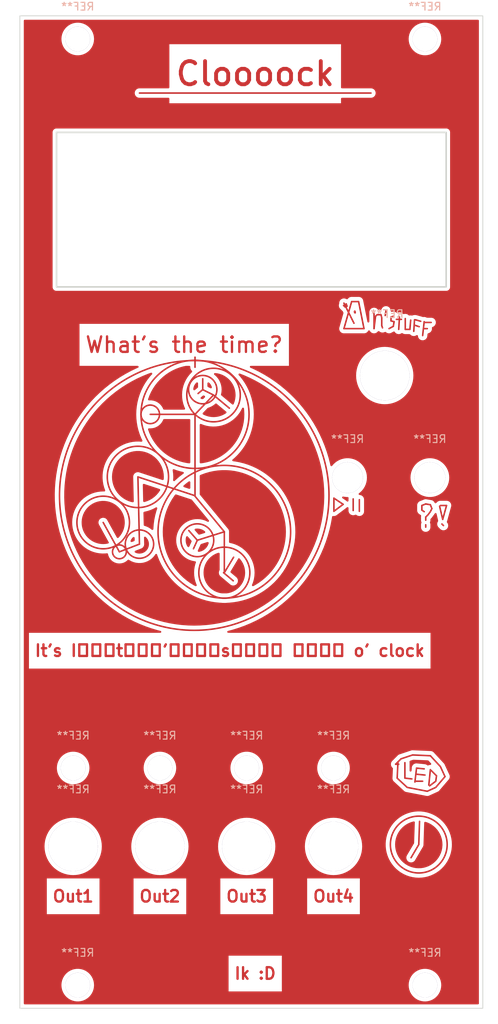
<source format=kicad_pcb>
(kicad_pcb (version 20211014) (generator pcbnew)
  (layers (0 "F.Cu" signal) (31 "B.Cu" signal) (34 "B.Paste" user) (35 "F.Paste" user) (36 "B.SilkS" user "B.Silkscreen") (37 "F.SilkS" user "F.Silkscreen") (38 "B.Mask" user) (39 "F.Mask" user) (44 "Edge.Cuts" user))
  (net 0 "")
  (footprint "MountingHole:MountingHole_4mm" (layer "B.Cu") (at 54.136 60.79 180)
    (fp_text reference "REF**" (at 0 5) (layer "B.SilkS") (effects (justify mirror)))
    (fp_text value "MountingHole_4mm")
    (pad "" thru_hole circle (at 0 0 180) (size 4 4) (drill 4) (layers *.Cu *.Mask))
  )
  (footprint "MountingHole:MountingHole_3.2mm_M3" (layer "B.Cu") (at 8.5 126.5 180)
    (fp_text reference "REF**" (at 0 4.2) (layer "B.SilkS") (effects (justify mirror)))
    (fp_text value "MountingHole_3.2mm_M3")
    (pad "" thru_hole circle (at 0 0 180) (size 3.2 3.2) (drill 3.2) (layers *.Cu *.Mask))
  )
  (footprint "MountingHole:MountingHole_3.2mm_M3" (layer "B.Cu") (at 41.65 98.387 180)
    (fp_text reference "REF**" (at 0 4.2) (layer "B.SilkS") (effects (justify mirror)))
    (fp_text value "MountingHole_3.2mm_M3")
    (pad "" thru_hole circle (at 0 0 180) (size 3.2 3.2) (drill 3.2) (layers *.Cu *.Mask))
  )
  (footprint "MountingHole:MountingHole_4mm" (layer "B.Cu") (at 43.468 60.79 180)
    (fp_text reference "REF**" (at 0 5) (layer "B.SilkS") (effects (justify mirror)))
    (fp_text value "MountingHole_4mm")
    (pad "" thru_hole circle (at 0 0 180) (size 4 4) (drill 4) (layers *.Cu *.Mask))
  )
  (footprint "MountingHole:MountingHole_6.4mm_M6" (layer "B.Cu") (at 41.65 108.542 180)
    (fp_text reference "REF**" (at 0 7.4) (layer "B.SilkS") (effects (justify mirror)))
    (fp_text value "MountingHole_6.4mm_M6")
    (pad "" thru_hole circle (at 0 0 180) (size 6.4 6.4) (drill 6.4) (layers *.Cu *.Mask))
  )
  (footprint "MountingHole:MountingHole_3.2mm_M3" (layer "B.Cu") (at 8.5 4 180)
    (fp_text reference "REF**" (at 0 4.2) (layer "B.SilkS") (effects (justify mirror)))
    (fp_text value "MountingHole_3.2mm_M3")
    (pad "" thru_hole circle (at 0 0 180) (size 3.2 3.2) (drill 3.2) (layers *.Cu *.Mask))
  )
  (footprint "MountingHole:MountingHole_6.4mm_M6" (layer "B.Cu") (at 19.15 108.542 180)
    (fp_text reference "REF**" (at 0 7.4) (layer "B.SilkS") (effects (justify mirror)))
    (fp_text value "MountingHole_6.4mm_M6")
    (pad "" thru_hole circle (at 0 0 180) (size 6.4 6.4) (drill 6.4) (layers *.Cu *.Mask))
  )
  (footprint "MountingHole:MountingHole_6.4mm_M6" (layer "B.Cu") (at 48.29 47.574 180)
    (fp_text reference "REF**" (at -0.31 7.974) (layer "B.SilkS") (effects (justify mirror)))
    (fp_text value "MountingHole_6.4mm_M6")
    (pad "" thru_hole circle (at 0 0 180) (size 6.4 6.4) (drill 6.4) (layers *.Cu *.Mask))
  )
  (footprint "MountingHole:MountingHole_3.2mm_M3" (layer "B.Cu") (at 53.5 126.5 180)
    (fp_text reference "REF**" (at 0 4.2) (layer "B.SilkS") (effects (justify mirror)))
    (fp_text value "MountingHole_3.2mm_M3")
    (pad "" thru_hole circle (at 0 0 180) (size 3.2 3.2) (drill 3.2) (layers *.Cu *.Mask))
  )
  (footprint "MountingHole:MountingHole_3.2mm_M3" (layer "B.Cu") (at 19.15 98.387 180)
    (fp_text reference "REF**" (at 0 4.2) (layer "B.SilkS") (effects (justify mirror)))
    (fp_text value "MountingHole_3.2mm_M3")
    (pad "" thru_hole circle (at 0 0 180) (size 3.2 3.2) (drill 3.2) (layers *.Cu *.Mask))
  )
  (footprint "MountingHole:MountingHole_3.2mm_M3" (layer "B.Cu") (at 7.908 98.387 180)
    (fp_text reference "REF**" (at 0 4.2) (layer "B.SilkS") (effects (justify mirror)))
    (fp_text value "MountingHole_3.2mm_M3")
    (pad "" thru_hole circle (at 0 0 180) (size 3.2 3.2) (drill 3.2) (layers *.Cu *.Mask))
  )
  (footprint "MountingHole:MountingHole_3.2mm_M3" (layer "B.Cu") (at 53.5 4 180)
    (fp_text reference "REF**" (at 0 4.2) (layer "B.SilkS") (effects (justify mirror)))
    (fp_text value "MountingHole_3.2mm_M3")
    (pad "" thru_hole circle (at 0 0 180) (size 3.2 3.2) (drill 3.2) (layers *.Cu *.Mask))
  )
  (footprint "MountingHole:MountingHole_6.4mm_M6" (layer "B.Cu") (at 7.908 108.542 180)
    (fp_text reference "REF**" (at 0 7.4) (layer "B.SilkS") (effects (justify mirror)))
    (fp_text value "MountingHole_6.4mm_M6")
    (pad "" thru_hole circle (at 0 0 180) (size 6.4 6.4) (drill 6.4) (layers *.Cu *.Mask))
  )
  (footprint "MountingHole:MountingHole_6.4mm_M6" (layer "B.Cu") (at 30.4 108.542 180)
    (fp_text reference "REF**" (at 0 7.4) (layer "B.SilkS") (effects (justify mirror)))
    (fp_text value "MountingHole_6.4mm_M6")
    (pad "" thru_hole circle (at 0 0 180) (size 6.4 6.4) (drill 6.4) (layers *.Cu *.Mask))
  )
  (footprint "MountingHole:MountingHole_3.2mm_M3" (layer "B.Cu") (at 30.4 98.387 180)
    (fp_text reference "REF**" (at 0 4.2) (layer "B.SilkS") (effects (justify mirror)))
    (fp_text value "MountingHole_3.2mm_M3")
    (pad "" thru_hole circle (at 0 0 180) (size 3.2 3.2) (drill 3.2) (layers *.Cu *.Mask))
  )
  (gr_line (start 52.3 100.1) (end 53.2 100.1) (layer "F.Cu") (width 0.2))
  (gr_line (start 52.25 40.35) (end 52.95 40.55) (layer "F.Cu") (width 0.2))
  (gr_line (start 53.4 40.6) (end 53.2 42.4) (layer "F.Cu") (width 0.2))
  (gr_line (start 47.9 41.1) (end 48 41.4) (layer "F.Cu") (width 0.2))
  (gr_line (start 46.9 41.5) (end 47.1 39.9) (layer "F.Cu") (width 0.2))
  (gr_line (start 54.9 100.1) (end 54.1 100.7) (layer "F.Cu") (width 0.2))
  (gr_line (start 53.1 65) (end 53.1 64.4) (layer "F.Cu") (width 0.2))
  (gr_line (start 41.7 63.45) (end 41.7 65.15) (layer "F.Cu") (width 0.2))
  (gr_circle (center 23.7 52.6) (end 23.9 45.6) (layer "F.Cu") (width 0.2) (fill none))
  (gr_line (start 27.4 73.1) (end 28.65 74.15) (layer "F.Cu") (width 0.2))
  (gr_line (start 50.95 40.2) (end 50.95 41.6) (layer "F.Cu") (width 0.2))
  (gr_line (start 50.9 97.7) (end 50.9 99.7) (layer "F.Cu") (width 0.2))
  (gr_line (start 52.8 105.3) (end 52.7 108.3) (layer "F.Cu") (width 0.2))
  (gr_line (start 47.6 39.7) (end 47.8 39.7) (layer "F.Cu") (width 0.2))
  (gr_line (start 55 99.4) (end 54.9 100.1) (layer "F.Cu") (width 0.2))
  (gr_circle (center 23.6 63.1) (end 28 46.2) (layer "F.Cu") (width 0.2) (fill none))
  (gr_line (start 24 68.9) (end 22.9 67.65) (layer "F.Cu") (width 0.2))
  (gr_line (start 53.6 64.2) (end 54.2 64.3) (layer "F.Cu") (width 0.2))
  (gr_line (start 44.3 40.8) (end 43 38.2) (layer "F.Cu") (width 0.2))
  (gr_line (start 54.3 98.7) (end 55 99.4) (layer "F.Cu") (width 0.2))
  (gr_line (start 43.2 38.7) (end 43.4 38.6) (layer "F.Cu") (width 0.2))
  (gr_line (start 23.7 63.2) (end 23.7 52.6) (layer "F.Cu") (width 0.2))
  (gr_circle (center 24 68.9) (end 25.4 70.5) (layer "F.Cu") (width 0.2) (fill none))
  (gr_line (start 53.8 101.4) (end 54.9 100.9) (layer "F.Cu") (width 0.2))
  (gr_line (start 54.9 100.9) (end 56.1 99.5) (layer "F.Cu") (width 0.2))
  (gr_line (start 54.4 64.8) (end 54.2 65.2) (layer "F.Cu") (width 0.2))
  (gr_line (start 24.7 49.4) (end 24.1 49.9) (layer "F.Cu") (width 0.2))
  (gr_line (start 41.7 65.15) (end 42.9 64.25) (layer "F.Cu") (width 0.2))
  (gr_line (start 54.2 98.6) (end 54 100.6) (layer "F.Cu") (width 0.2))
  (gr_line (start 55.5 98.2) (end 54.2 96.8) (layer "F.Cu") (width 0.2))
  (gr_line (start 24 68.9) (end 23.5 70) (layer "F.Cu") (width 0.2))
  (gr_circle (center 27.5 73.1) (end 27.3 76.4) (layer "F.Cu") (width 0.2) (fill none))
  (gr_line (start 13.9 70.4) (end 11.8 66.6) (layer "F.Cu") (width 0.2))
  (gr_line (start 26.1 50.1) (end 24.7 49.4) (layer "F.Cu") (width 0.2))
  (gr_circle (center 27.5 67.8) (end 25.7 59.4) (layer "F.Cu") (width 0.2) (fill none))
  (gr_line (start 16.3 60.7) (end 16.5 69.4) (layer "F.Cu") (width 0.2))
  (gr_line (start 56.3 64.4) (end 55.5 64.4) (layer "F.Cu") (width 0.2))
  (gr_line (start 56.1 99.5) (end 55.5 98.2) (layer "F.Cu") (width 0.2))
  (gr_line (start 53.9 65.6) (end 53.6 65.9) (layer "F.Cu") (width 0.2))
  (gr_line (start 49.7 97.9) (end 50.1 97.9) (layer "F.Cu") (width 0.2))
  (gr_line (start 26.1 50.1) (end 28.15 51.8) (layer "F.Cu") (width 0.2))
  (gr_circle (center 24.7 49.4) (end 23.1 48.5) (layer "F.Cu") (width 0.2) (fill none))
  (gr_line (start 16.5 69.4) (end 13.9 70.4) (layer "F.Cu") (width 0.2))
  (gr_line (start 52.15 41.05) (end 52.75 41.25) (layer "F.Cu") (width 0.2))
  (gr_line (start 23.6 63.1) (end 16.3 60.7) (layer "F.Cu") (width 0.2))
  (gr_line (start 46.9 39.4) (end 46.9 41.5) (layer "F.Cu") (width 0.2))
  (gr_line (start 27.5 73.1) (end 28.7 71.1) (layer "F.Cu") (width 0.2))
  (gr_line (start 49.4 41.2) (end 48.85 41.5) (layer "F.Cu") (width 0.2))
  (gr_line (start 50.95 41.6) (end 51.55 41.6) (layer "F.Cu") (width 0.2))
  (gr_circle (center 16.5 69.4) (end 14.8 70.1) (layer "F.Cu") (width 0.2) (fill none))
  (gr_line (start 53.4 65.2) (end 53.1 65) (layer "F.Cu") (width 0.2))
  (gr_line (start 42.95 38.5) (end 43.15 38.7) (layer "F.Cu") (width 0.2))
  (gr_line (start 52.7 108.3) (end 51.7 110) (layer "F.Cu") (width 0.2))
  (gr_line (start 47.8 39.7) (end 47.9 40.1) (layer "F.Cu") (width 0.2))
  (gr_line (start 54.2 65.2) (end 53.9 65.6) (layer "F.Cu") (width 0.2))
  (gr_line (start 52.5 99.2) (end 53.5 99.3) (layer "F.Cu") (width 0.2))
  (gr_line (start 43.4 38.6) (end 43.3 38.3) (layer "F.Cu") (width 0.2))
  (gr_line (start 24.7 49.4) (end 24.7 48) (layer "F.Cu") (width 0.2))
  (gr_line (start 54.2 96.8) (end 51.9 96.7) (layer "F.Cu") (width 0.2))
  (gr_circle (center 16.3 60.7) (end 18.9 57.7) (layer "F.Cu") (width 0.2) (fill none))
  (gr_line (start 23.7 45.2) (end 23.7 46.5) (layer "F.Cu") (width 0.2))
  (gr_line (start 49.8 40.3) (end 50.45 40.3) (layer "F.Cu") (width 0.2))
  (gr_line (start 50.9 99.7) (end 51.8 99.8) (layer "F.Cu") (width 0.2))
  (gr_line (start 49.1 40.5) (end 49.5 40.6) (layer "F.Cu") (width 0.2))
  (gr_line (start 55.7 66.8) (end 55.9 67) (layer "F.Cu") (width 0.2))
  (gr_line (start 47.3 39.7) (end 47.6 39.7) (layer "F.Cu") (width 0.2))
  (gr_line (start 47.9 40.4) (end 47.9 41.1) (layer "F.Cu") (width 0.2))
  (gr_line (start 45 63.65) (end 45 65.15) (layer "F.Cu") (width 0.2))
  (gr_line (start 43.3 38.3) (end 43 38.5) (layer "F.Cu") (width 0.2))
  (gr_line (start 51.2 100.9) (end 53.8 101.4) (layer "F.Cu") (width 0.2))
  (gr_line (start 54.2 64.3) (end 54.4 64.8) (layer "F.Cu") (width 0.2))
  (gr_circle (center 11.8 66.6) (end 14 64) (layer "F.Cu") (width 0.2) (fill none))
  (gr_line (start 44 38) (end 43 41.5) (layer "F.Cu") (width 0.2))
  (gr_line (start 50 97.6) (end 49.9 99.7) (layer "F.Cu") (width 0.2))
  (gr_line (start 27.5 67.8) (end 24 68.9) (layer "F.Cu") (width 0.2))
  (gr_circle (center 13.9 70.4) (end 13.5 69.6) (layer "F.Cu") (width 0.2) (fill none))
  (gr_line (start 53.1 64.4) (end 53.6 64.2) (layer "F.Cu") (width 0.2))
  (gr_line (start 43 41.5) (end 45.6 41.5) (layer "F.Cu") (width 0.2))
  (gr_line (start 27.5 67.8) (end 27.5 73.1) (layer "F.Cu") (width 0.2))
  (gr_line (start 45.6 41.5) (end 44.9 38) (layer "F.Cu") (width 0.2))
  (gr_line (start 44.9 38) (end 44 38) (layer "F.Cu") (width 0.2))
  (gr_circle (center 52.7 108.3) (end 55.2 105.6) (layer "F.Cu") (width 0.2) (fill none))
  (gr_line (start 53.6 65.9) (end 53.6 66.3) (layer "F.Cu") (width 0.2))
  (gr_line (start 23.7 63.2) (end 27.5 67.8) (layer "F.Cu") (width 0.2))
  (gr_line (start 44.2 63.55) (end 44.2 65.05) (layer "F.Cu") (width 0.2))
  (gr_line (start 53.6 66.9) (end 53.6 67.2) (layer "F.Cu") (width 0.2))
  (gr_line (start 50.2 40) (end 50.1 41.6) (layer "F.Cu") (width 0.2))
  (gr_line (start 50.4 97.2) (end 49.7 97.9) (layer "F.Cu") (width 0.2))
  (gr_line (start 47.1 39.9) (end 47.3 39.7) (layer "F.Cu") (width 0.2))
  (gr_line (start 51.55 41.6) (end 51.65 40.4) (layer "F.Cu") (width 0.2))
  (gr_circle (center 17.9 52.6) (end 16.697144 52.6) (layer "F.Cu") (width 0.2) (fill none))
  (gr_line (start 51.9 96.7) (end 50.4 97.2) (layer "F.Cu") (width 0.2))
  (gr_line (start 23.7 52.6) (end 26.1 50.1) (layer "F.Cu") (width 0.2))
  (gr_line (start 52.4 98.5) (end 52.2 100.2) (layer "F.Cu") (width 0.2))
  (gr_line (start 46.5 11) (end 16.5 11) (layer "F.Cu") (width 0.2))
  (gr_line (start 53.4 40.7) (end 54.3 40.7) (layer "F.Cu") (width 0.2))
  (gr_line (start 55.8 66.2) (end 56.3 64.4) (layer "F.Cu") (width 0.2))
  (gr_line (start 49.5 40.6) (end 49.4 41.2) (layer "F.Cu") (width 0.2))
  (gr_line (start 49.4 39.9) (end 49.1 40) (layer "F.Cu") (width 0.2))
  (gr_line (start 52.4 98.4) (end 53.4 98.5) (layer "F.Cu") (width 0.2))
  (gr_line (start 52.15 40.35) (end 52.05 41.85) (layer "F.Cu") (width 0.2))
  (gr_line (start 55.4 64.5) (end 55.8 66.2) (layer "F.Cu") (width 0.2))
  (gr_line (start 47.9 40.1) (end 47.9 40.4) (layer "F.Cu") (width 0.2))
  (gr_line (start 53.4 41.5) (end 53.8 41.5) (layer "F.Cu") (width 0.2))
  (gr_line (start 23.7 52.6) (end 17.9 52.6) (layer "F.Cu") (width 0.2))
  (gr_line (start 42.9 64.25) (end 41.7 63.45) (layer "F.Cu") (width 0.2))
  (gr_line (start 49.1 40) (end 49.1 40.5) (layer "F.Cu") (width 0.2))
  (gr_line (start 49.9 99.7) (end 51.2 100.9) (layer "F.Cu") (width 0.2))
  (gr_line (start 48.45 39.2) (end 48.35 39.8) (layer "F.Cu") (width 0.2))
  (gr_circle (center 26.1 50.1) (end 28.6 47.7) (layer "F.Cu") (width 0.2) (fill none))
  (gr_rect (start 5.75 36.0975) (end 56.25 16.0975) (layer "Edge.Cuts") (width 0.2) (fill none))
  (gr_rect (start 1 1) (end 61 129.5) (layer "Edge.Cuts") (width 0.1) (fill none))
  (gr_text "What's the time?" (at 22.3 43.6) (layer "F.Cu") (effects (font (size 2 2) (thickness 0.3))))
  (gr_text "Out1" (at 7.908 115) (layer "F.Cu") (effects (font (size 1.5 1.5) (thickness 0.3))))
  (gr_text "Ik :D" (at 31.5 125) (layer "F.Cu") (effects (font (size 1.5 1.5) (thickness 0.3))))
  (gr_text "Out2" (at 19.15 115) (layer "F.Cu") (effects (font (size 1.5 1.5) (thickness 0.3))))
  (gr_text "Out3" (at 30.4 115) (layer "F.Cu") (effects (font (size 1.5 1.5) (thickness 0.3))))
  (gr_text "Out4" (at 41.65 115) (layer "F.Cu") (effects (font (size 1.5 1.5) (thickness 0.3))))
  (gr_text "It's Ì̵͎t̷̝́'̶̬͆̉s̶̭͗͌ ̴̖̓̎ o' clock" (at 28.2 83.2) (layer "F.Cu") (effects (font (size 1.5 1.5) (thickness 0.3))))
  (gr_text "Cloooock" (at 31.5 8.5) (layer "F.Cu") (effects (font (size 3 3) (thickness 0.5))))
  (zone (net 0) (net_name "") (layer "F.Cu") (connect_pads (clearance 0.508)) (min_thickness 0.254) (fill yes (thermal_gap 0.508) (thermal_bridge_width 0.508))
    (polygon (pts (xy 62.4 130.35) (xy 0 130.25) (xy 0.2 0.35) (xy 0.2 0.15) (xy 62.1 -0.35)))
  )
)
</source>
